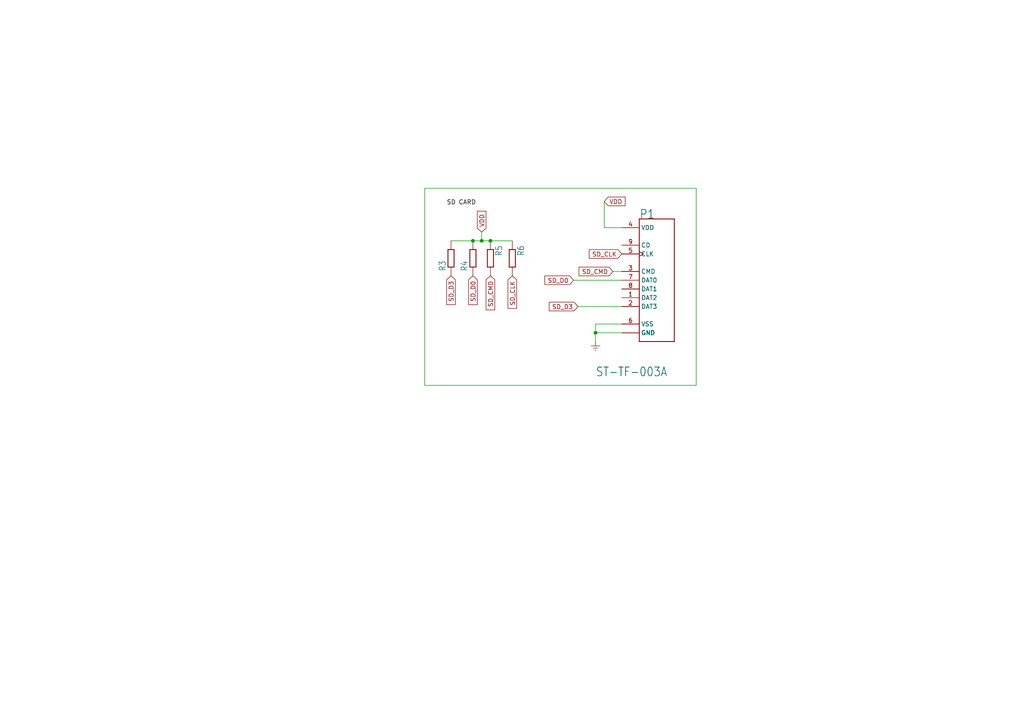
<source format=kicad_sch>
(kicad_sch (version 20211123) (generator eeschema)
  (paper "A4")
  (lib_symbols
    (symbol "esp32s2Stick-eagle-import:R-EU_R0603"
      (property "Reference" "R" (at -3.81 1.4986 0))
      (property "Value" "R-EU_R0603" (at -3.81 -3.302 0))
      (symbol "R-EU_R0603_1_0"
        (polyline (pts (xy -2.54 -0.889) (xy -2.54 0.889)) (stroke (width 0.254)))
        (polyline (pts (xy -2.54 -0.889) (xy 2.54 -0.889)) (stroke (width 0.254)))
        (polyline (pts (xy 2.54 -0.889) (xy 2.54 0.889)) (stroke (width 0.254)))
        (polyline (pts (xy 2.54 0.889) (xy -2.54 0.889)) (stroke (width 0.254)))
        (pin passive line (at -5.08 0 0) (length 2.54) (name "1") (number "1"))
        (pin passive line (at 5.08 0 180) (length 2.54) (name "2") (number "2"))
      )
    )
    (symbol "esp32s2Stick-eagle-import:ST-TF-003A"
      (property "Reference" "P1" (at 0 17.7943 0))
      (property "Value" "ST-TF-003A" (at -10.16 -22.86 0))
      (symbol "ST-TF-003A_1_0"
        (polyline (pts (xy 0 -17.78) (xy 0 17.78)) (stroke (width 0.254)))
        (polyline (pts (xy 0 17.78) (xy 10.16 17.78)) (stroke (width 0.254)))
        (polyline (pts (xy 10.16 -17.78) (xy 0 -17.78)) (stroke (width 0.254)))
        (polyline (pts (xy 10.16 17.78) (xy 10.16 -17.78)) (stroke (width 0.254)))
        (pin bidirectional line (at -5.08 -5.08 0) (length 5.08) (name "DAT2") (number "1"))
        (pin bidirectional line (at -5.08 -7.62 0) (length 5.08) (name "DAT3") (number "2"))
        (pin bidirectional line (at -5.08 2.54 0) (length 5.08) (name "CMD") (number "3"))
        (pin power_in line (at -5.08 15.24 0) (length 5.08) (name "VDD") (number "4"))
        (pin input clock (at -5.08 7.62 0) (length 5.08) (name "CLK") (number "5"))
        (pin passive line (at -5.08 -12.7 0) (length 5.08) (name "VSS") (number "6"))
        (pin bidirectional line (at -5.08 0 0) (length 5.08) (name "DAT0") (number "7"))
        (pin bidirectional line (at -5.08 -2.54 0) (length 5.08) (name "DAT1") (number "8"))
        (pin input line (at -5.08 10.16 0) (length 5.08) (name "CD") (number "9"))
        (pin passive line (at -5.08 -15.24 0) (length 5.08) (name "GND") (number "G1"))
        (pin passive line (at -5.08 -15.24 0) (length 5.08) (name "GND") (number "G2"))
        (pin passive line (at -5.08 -15.24 0) (length 5.08) (name "GND") (number "G3"))
        (pin passive line (at -5.08 -15.24 0) (length 5.08) (name "GND") (number "G4"))
      )
    )
    (symbol "power:Earth" (power) (pin_names (offset 0))
      (symbol "Earth_0_1"
        (polyline (pts (xy -0.635 -1.905) (xy 0.635 -1.905)))
        (polyline (pts (xy -0.127 -2.54) (xy 0.127 -2.54)))
        (polyline (pts (xy 0 -1.27) (xy 0 0)))
        (polyline (pts (xy 1.27 -1.27) (xy -1.27 -1.27)))
      )
      (symbol "Earth_1_1"
        (pin power_in line (at 0 0 270) (length 0) hide (name "Earth") (number "1"))
      )
    )
  )
  (junction (at 172.72 96.52))
  (junction (at 142.24 69.85))
  (junction (at 137.16 69.85))
  (junction (at 139.7 69.85))
  (wire (pts (xy 201.93 54.61) (xy 201.93 111.76)))
  (wire (pts (xy 130.81 69.85) (xy 137.16 69.85)))
  (wire (pts (xy 180.34 96.52) (xy 172.72 96.52)))
  (wire (pts (xy 139.7 69.85) (xy 142.24 69.85)))
  (wire (pts (xy 167.64 88.9) (xy 180.34 88.9)))
  (wire (pts (xy 172.72 93.98) (xy 172.72 96.52)))
  (wire (pts (xy 175.26 58.42) (xy 175.26 66.04)))
  (wire (pts (xy 166.37 81.28) (xy 180.34 81.28)))
  (wire (pts (xy 142.24 69.85) (xy 148.59 69.85)))
  (wire (pts (xy 123.19 54.61) (xy 201.93 54.61)))
  (wire (pts (xy 139.7 67.31) (xy 139.7 69.85)))
  (wire (pts (xy 180.34 93.98) (xy 172.72 93.98)))
  (wire (pts (xy 201.93 111.76) (xy 123.19 111.76)))
  (wire (pts (xy 172.72 96.52) (xy 172.72 99.06)))
  (wire (pts (xy 123.19 111.76) (xy 123.19 54.61)))
  (wire (pts (xy 175.26 66.04) (xy 180.34 66.04)))
  (wire (pts (xy 177.8 78.74) (xy 180.34 78.74)))
  (wire (pts (xy 137.16 69.85) (xy 139.7 69.85)))
  (label "SD CARD" (at 129.54 59.69 0))
  (global_label "SD_CMD" (shape input) (at 142.24 80.01 270) (property "Intersheet References" "${INTERSHEET_REFS}" (effects hide)))
  (global_label "SD_D3" (shape input) (at 130.81 80.01 270) (property "Intersheet References" "${INTERSHEET_REFS}" (effects hide)))
  (global_label "VDD" (shape input) (at 175.26 58.42 0) (property "Intersheet References" "${INTERSHEET_REFS}" (effects hide)))
  (global_label "SD_D3" (shape input) (at 167.64 88.9 180) (property "Intersheet References" "${INTERSHEET_REFS}" (effects hide)))
  (global_label "SD_D0" (shape input) (at 137.16 80.01 270) (property "Intersheet References" "${INTERSHEET_REFS}" (effects hide)))
  (global_label "SD_D0" (shape input) (at 166.37 81.28 180) (property "Intersheet References" "${INTERSHEET_REFS}" (effects hide)))
  (global_label "VDD" (shape input) (at 139.7 67.31 90) (property "Intersheet References" "${INTERSHEET_REFS}" (effects hide)))
  (global_label "SD_CLK" (shape input) (at 180.34 73.66 180) (property "Intersheet References" "${INTERSHEET_REFS}" (effects hide)))
  (global_label "SD_CLK" (shape input) (at 148.59 80.01 270) (property "Intersheet References" "${INTERSHEET_REFS}" (effects hide)))
  (global_label "SD_CMD" (shape input) (at 177.8 78.74 180) (property "Intersheet References" "${INTERSHEET_REFS}" (effects hide)))
  (symbol (lib_id "esp32s2Stick-eagle-import:ST-TF-003A") (at 185.42 81.28 0) (unit 1)
    (property "Reference" "P1" (at 185.42 63.4857 0) (effects (font (size 2.542 2.1607)) (justify left bottom)))
    (property "Value" "ST-TF-003A" (at 172.72 109.22 0) (effects (font (size 2.5436 2.162)) (justify left bottom)))
    (property "Footprint" "GlobalLibrary:SUNTECH_ST-TF-003A" (effects hide))
  )
  (symbol (lib_id "esp32s2Stick-eagle-import:R-EU_R0603") (at 130.81 74.93 90) (unit 1)
    (property "Reference" "R3" (at 129.3114 78.74 0) (effects (font (size 1.778 1.5113)) (justify left bottom)))
    (property "Value" "R-EU_R0603" (effects hide))
    (property "Footprint" "Resistor_SMD:R_0603_1608Metric" (effects hide))
  )
  (symbol (lib_id "power:Earth") (at 172.72 99.06 0) (unit 1)
    (property "Reference" "#PWR0106" (effects hide))
    (property "Value" "Earth" (effects hide))
  )
  (symbol (lib_id "esp32s2Stick-eagle-import:R-EU_R0603") (at 137.16 74.93 90) (unit 1)
    (property "Reference" "R4" (at 135.6614 78.74 0) (effects (font (size 1.778 1.5113)) (justify left bottom)))
    (property "Value" "R-EU_R0603" (effects hide))
    (property "Footprint" "Resistor_SMD:R_0603_1608Metric" (effects hide))
  )
  (symbol (lib_id "esp32s2Stick-eagle-import:R-EU_R0603") (at 148.59 74.93 270) (unit 1)
    (property "Reference" "R6" (at 150.0886 71.12 0) (effects (font (size 1.778 1.5113)) (justify left bottom)))
    (property "Value" "R-EU_R0603" (effects hide))
    (property "Footprint" "Resistor_SMD:R_0603_1608Metric" (effects hide))
  )
  (symbol (lib_id "esp32s2Stick-eagle-import:R-EU_R0603") (at 142.24 74.93 270) (unit 1)
    (property "Reference" "R5" (at 143.7386 71.12 0) (effects (font (size 1.778 1.5113)) (justify left bottom)))
    (property "Value" "R-EU_R0603" (effects hide))
    (property "Footprint" "Resistor_SMD:R_0603_1608Metric" (effects hide))
  )
)
</source>
